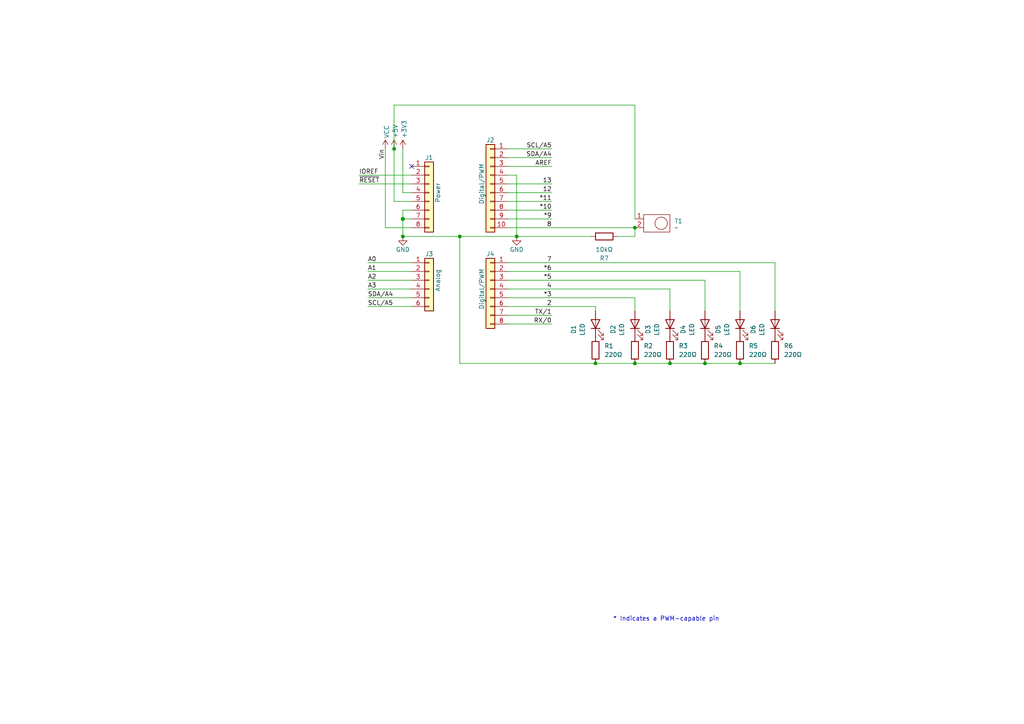
<source format=kicad_sch>
(kicad_sch
	(version 20231120)
	(generator "eeschema")
	(generator_version "8.0")
	(uuid "e63e39d7-6ac0-4ffd-8aa3-1841a4541b55")
	(paper "A4")
	(title_block
		(date "mar. 31 mars 2015")
	)
	(lib_symbols
		(symbol "0_my_custom_symbols:TILT"
			(exclude_from_sim no)
			(in_bom yes)
			(on_board yes)
			(property "Reference" "T"
				(at -2.286 6.096 0)
				(effects
					(font
						(size 1.27 1.27)
					)
				)
			)
			(property "Value" ""
				(at 0 0 0)
				(effects
					(font
						(size 1.27 1.27)
					)
				)
			)
			(property "Footprint" ""
				(at 0 0 0)
				(effects
					(font
						(size 1.27 1.27)
					)
					(hide yes)
				)
			)
			(property "Datasheet" ""
				(at 0 0 0)
				(effects
					(font
						(size 1.27 1.27)
					)
					(hide yes)
				)
			)
			(property "Description" ""
				(at 0 0 0)
				(effects
					(font
						(size 1.27 1.27)
					)
					(hide yes)
				)
			)
			(symbol "TILT_0_1"
				(rectangle
					(start -2.54 5.08)
					(end 2.54 -2.54)
					(stroke
						(width 0)
						(type default)
					)
					(fill
						(type none)
					)
				)
				(circle
					(center 0 2.54)
					(radius 1.7961)
					(stroke
						(width 0)
						(type default)
					)
					(fill
						(type none)
					)
				)
			)
			(symbol "TILT_1_1"
				(pin input line
					(at -1.27 -5.08 90)
					(length 2.54)
					(name ""
						(effects
							(font
								(size 1.27 1.27)
							)
						)
					)
					(number "1"
						(effects
							(font
								(size 1.27 1.27)
							)
						)
					)
				)
				(pin input line
					(at 1.27 -5.08 90)
					(length 2.54)
					(name ""
						(effects
							(font
								(size 1.27 1.27)
							)
						)
					)
					(number "2"
						(effects
							(font
								(size 1.27 1.27)
							)
						)
					)
				)
			)
		)
		(symbol "Connector_Generic:Conn_01x06"
			(pin_names
				(offset 1.016) hide)
			(exclude_from_sim no)
			(in_bom yes)
			(on_board yes)
			(property "Reference" "J"
				(at 0 7.62 0)
				(effects
					(font
						(size 1.27 1.27)
					)
				)
			)
			(property "Value" "Conn_01x06"
				(at 0 -10.16 0)
				(effects
					(font
						(size 1.27 1.27)
					)
				)
			)
			(property "Footprint" ""
				(at 0 0 0)
				(effects
					(font
						(size 1.27 1.27)
					)
					(hide yes)
				)
			)
			(property "Datasheet" "~"
				(at 0 0 0)
				(effects
					(font
						(size 1.27 1.27)
					)
					(hide yes)
				)
			)
			(property "Description" "Generic connector, single row, 01x06, script generated (kicad-library-utils/schlib/autogen/connector/)"
				(at 0 0 0)
				(effects
					(font
						(size 1.27 1.27)
					)
					(hide yes)
				)
			)
			(property "ki_keywords" "connector"
				(at 0 0 0)
				(effects
					(font
						(size 1.27 1.27)
					)
					(hide yes)
				)
			)
			(property "ki_fp_filters" "Connector*:*_1x??_*"
				(at 0 0 0)
				(effects
					(font
						(size 1.27 1.27)
					)
					(hide yes)
				)
			)
			(symbol "Conn_01x06_1_1"
				(rectangle
					(start -1.27 -7.493)
					(end 0 -7.747)
					(stroke
						(width 0.1524)
						(type default)
					)
					(fill
						(type none)
					)
				)
				(rectangle
					(start -1.27 -4.953)
					(end 0 -5.207)
					(stroke
						(width 0.1524)
						(type default)
					)
					(fill
						(type none)
					)
				)
				(rectangle
					(start -1.27 -2.413)
					(end 0 -2.667)
					(stroke
						(width 0.1524)
						(type default)
					)
					(fill
						(type none)
					)
				)
				(rectangle
					(start -1.27 0.127)
					(end 0 -0.127)
					(stroke
						(width 0.1524)
						(type default)
					)
					(fill
						(type none)
					)
				)
				(rectangle
					(start -1.27 2.667)
					(end 0 2.413)
					(stroke
						(width 0.1524)
						(type default)
					)
					(fill
						(type none)
					)
				)
				(rectangle
					(start -1.27 5.207)
					(end 0 4.953)
					(stroke
						(width 0.1524)
						(type default)
					)
					(fill
						(type none)
					)
				)
				(rectangle
					(start -1.27 6.35)
					(end 1.27 -8.89)
					(stroke
						(width 0.254)
						(type default)
					)
					(fill
						(type background)
					)
				)
				(pin passive line
					(at -5.08 5.08 0)
					(length 3.81)
					(name "Pin_1"
						(effects
							(font
								(size 1.27 1.27)
							)
						)
					)
					(number "1"
						(effects
							(font
								(size 1.27 1.27)
							)
						)
					)
				)
				(pin passive line
					(at -5.08 2.54 0)
					(length 3.81)
					(name "Pin_2"
						(effects
							(font
								(size 1.27 1.27)
							)
						)
					)
					(number "2"
						(effects
							(font
								(size 1.27 1.27)
							)
						)
					)
				)
				(pin passive line
					(at -5.08 0 0)
					(length 3.81)
					(name "Pin_3"
						(effects
							(font
								(size 1.27 1.27)
							)
						)
					)
					(number "3"
						(effects
							(font
								(size 1.27 1.27)
							)
						)
					)
				)
				(pin passive line
					(at -5.08 -2.54 0)
					(length 3.81)
					(name "Pin_4"
						(effects
							(font
								(size 1.27 1.27)
							)
						)
					)
					(number "4"
						(effects
							(font
								(size 1.27 1.27)
							)
						)
					)
				)
				(pin passive line
					(at -5.08 -5.08 0)
					(length 3.81)
					(name "Pin_5"
						(effects
							(font
								(size 1.27 1.27)
							)
						)
					)
					(number "5"
						(effects
							(font
								(size 1.27 1.27)
							)
						)
					)
				)
				(pin passive line
					(at -5.08 -7.62 0)
					(length 3.81)
					(name "Pin_6"
						(effects
							(font
								(size 1.27 1.27)
							)
						)
					)
					(number "6"
						(effects
							(font
								(size 1.27 1.27)
							)
						)
					)
				)
			)
		)
		(symbol "Connector_Generic:Conn_01x08"
			(pin_names
				(offset 1.016) hide)
			(exclude_from_sim no)
			(in_bom yes)
			(on_board yes)
			(property "Reference" "J"
				(at 0 10.16 0)
				(effects
					(font
						(size 1.27 1.27)
					)
				)
			)
			(property "Value" "Conn_01x08"
				(at 0 -12.7 0)
				(effects
					(font
						(size 1.27 1.27)
					)
				)
			)
			(property "Footprint" ""
				(at 0 0 0)
				(effects
					(font
						(size 1.27 1.27)
					)
					(hide yes)
				)
			)
			(property "Datasheet" "~"
				(at 0 0 0)
				(effects
					(font
						(size 1.27 1.27)
					)
					(hide yes)
				)
			)
			(property "Description" "Generic connector, single row, 01x08, script generated (kicad-library-utils/schlib/autogen/connector/)"
				(at 0 0 0)
				(effects
					(font
						(size 1.27 1.27)
					)
					(hide yes)
				)
			)
			(property "ki_keywords" "connector"
				(at 0 0 0)
				(effects
					(font
						(size 1.27 1.27)
					)
					(hide yes)
				)
			)
			(property "ki_fp_filters" "Connector*:*_1x??_*"
				(at 0 0 0)
				(effects
					(font
						(size 1.27 1.27)
					)
					(hide yes)
				)
			)
			(symbol "Conn_01x08_1_1"
				(rectangle
					(start -1.27 -10.033)
					(end 0 -10.287)
					(stroke
						(width 0.1524)
						(type default)
					)
					(fill
						(type none)
					)
				)
				(rectangle
					(start -1.27 -7.493)
					(end 0 -7.747)
					(stroke
						(width 0.1524)
						(type default)
					)
					(fill
						(type none)
					)
				)
				(rectangle
					(start -1.27 -4.953)
					(end 0 -5.207)
					(stroke
						(width 0.1524)
						(type default)
					)
					(fill
						(type none)
					)
				)
				(rectangle
					(start -1.27 -2.413)
					(end 0 -2.667)
					(stroke
						(width 0.1524)
						(type default)
					)
					(fill
						(type none)
					)
				)
				(rectangle
					(start -1.27 0.127)
					(end 0 -0.127)
					(stroke
						(width 0.1524)
						(type default)
					)
					(fill
						(type none)
					)
				)
				(rectangle
					(start -1.27 2.667)
					(end 0 2.413)
					(stroke
						(width 0.1524)
						(type default)
					)
					(fill
						(type none)
					)
				)
				(rectangle
					(start -1.27 5.207)
					(end 0 4.953)
					(stroke
						(width 0.1524)
						(type default)
					)
					(fill
						(type none)
					)
				)
				(rectangle
					(start -1.27 7.747)
					(end 0 7.493)
					(stroke
						(width 0.1524)
						(type default)
					)
					(fill
						(type none)
					)
				)
				(rectangle
					(start -1.27 8.89)
					(end 1.27 -11.43)
					(stroke
						(width 0.254)
						(type default)
					)
					(fill
						(type background)
					)
				)
				(pin passive line
					(at -5.08 7.62 0)
					(length 3.81)
					(name "Pin_1"
						(effects
							(font
								(size 1.27 1.27)
							)
						)
					)
					(number "1"
						(effects
							(font
								(size 1.27 1.27)
							)
						)
					)
				)
				(pin passive line
					(at -5.08 5.08 0)
					(length 3.81)
					(name "Pin_2"
						(effects
							(font
								(size 1.27 1.27)
							)
						)
					)
					(number "2"
						(effects
							(font
								(size 1.27 1.27)
							)
						)
					)
				)
				(pin passive line
					(at -5.08 2.54 0)
					(length 3.81)
					(name "Pin_3"
						(effects
							(font
								(size 1.27 1.27)
							)
						)
					)
					(number "3"
						(effects
							(font
								(size 1.27 1.27)
							)
						)
					)
				)
				(pin passive line
					(at -5.08 0 0)
					(length 3.81)
					(name "Pin_4"
						(effects
							(font
								(size 1.27 1.27)
							)
						)
					)
					(number "4"
						(effects
							(font
								(size 1.27 1.27)
							)
						)
					)
				)
				(pin passive line
					(at -5.08 -2.54 0)
					(length 3.81)
					(name "Pin_5"
						(effects
							(font
								(size 1.27 1.27)
							)
						)
					)
					(number "5"
						(effects
							(font
								(size 1.27 1.27)
							)
						)
					)
				)
				(pin passive line
					(at -5.08 -5.08 0)
					(length 3.81)
					(name "Pin_6"
						(effects
							(font
								(size 1.27 1.27)
							)
						)
					)
					(number "6"
						(effects
							(font
								(size 1.27 1.27)
							)
						)
					)
				)
				(pin passive line
					(at -5.08 -7.62 0)
					(length 3.81)
					(name "Pin_7"
						(effects
							(font
								(size 1.27 1.27)
							)
						)
					)
					(number "7"
						(effects
							(font
								(size 1.27 1.27)
							)
						)
					)
				)
				(pin passive line
					(at -5.08 -10.16 0)
					(length 3.81)
					(name "Pin_8"
						(effects
							(font
								(size 1.27 1.27)
							)
						)
					)
					(number "8"
						(effects
							(font
								(size 1.27 1.27)
							)
						)
					)
				)
			)
		)
		(symbol "Connector_Generic:Conn_01x10"
			(pin_names
				(offset 1.016) hide)
			(exclude_from_sim no)
			(in_bom yes)
			(on_board yes)
			(property "Reference" "J"
				(at 0 12.7 0)
				(effects
					(font
						(size 1.27 1.27)
					)
				)
			)
			(property "Value" "Conn_01x10"
				(at 0 -15.24 0)
				(effects
					(font
						(size 1.27 1.27)
					)
				)
			)
			(property "Footprint" ""
				(at 0 0 0)
				(effects
					(font
						(size 1.27 1.27)
					)
					(hide yes)
				)
			)
			(property "Datasheet" "~"
				(at 0 0 0)
				(effects
					(font
						(size 1.27 1.27)
					)
					(hide yes)
				)
			)
			(property "Description" "Generic connector, single row, 01x10, script generated (kicad-library-utils/schlib/autogen/connector/)"
				(at 0 0 0)
				(effects
					(font
						(size 1.27 1.27)
					)
					(hide yes)
				)
			)
			(property "ki_keywords" "connector"
				(at 0 0 0)
				(effects
					(font
						(size 1.27 1.27)
					)
					(hide yes)
				)
			)
			(property "ki_fp_filters" "Connector*:*_1x??_*"
				(at 0 0 0)
				(effects
					(font
						(size 1.27 1.27)
					)
					(hide yes)
				)
			)
			(symbol "Conn_01x10_1_1"
				(rectangle
					(start -1.27 -12.573)
					(end 0 -12.827)
					(stroke
						(width 0.1524)
						(type default)
					)
					(fill
						(type none)
					)
				)
				(rectangle
					(start -1.27 -10.033)
					(end 0 -10.287)
					(stroke
						(width 0.1524)
						(type default)
					)
					(fill
						(type none)
					)
				)
				(rectangle
					(start -1.27 -7.493)
					(end 0 -7.747)
					(stroke
						(width 0.1524)
						(type default)
					)
					(fill
						(type none)
					)
				)
				(rectangle
					(start -1.27 -4.953)
					(end 0 -5.207)
					(stroke
						(width 0.1524)
						(type default)
					)
					(fill
						(type none)
					)
				)
				(rectangle
					(start -1.27 -2.413)
					(end 0 -2.667)
					(stroke
						(width 0.1524)
						(type default)
					)
					(fill
						(type none)
					)
				)
				(rectangle
					(start -1.27 0.127)
					(end 0 -0.127)
					(stroke
						(width 0.1524)
						(type default)
					)
					(fill
						(type none)
					)
				)
				(rectangle
					(start -1.27 2.667)
					(end 0 2.413)
					(stroke
						(width 0.1524)
						(type default)
					)
					(fill
						(type none)
					)
				)
				(rectangle
					(start -1.27 5.207)
					(end 0 4.953)
					(stroke
						(width 0.1524)
						(type default)
					)
					(fill
						(type none)
					)
				)
				(rectangle
					(start -1.27 7.747)
					(end 0 7.493)
					(stroke
						(width 0.1524)
						(type default)
					)
					(fill
						(type none)
					)
				)
				(rectangle
					(start -1.27 10.287)
					(end 0 10.033)
					(stroke
						(width 0.1524)
						(type default)
					)
					(fill
						(type none)
					)
				)
				(rectangle
					(start -1.27 11.43)
					(end 1.27 -13.97)
					(stroke
						(width 0.254)
						(type default)
					)
					(fill
						(type background)
					)
				)
				(pin passive line
					(at -5.08 10.16 0)
					(length 3.81)
					(name "Pin_1"
						(effects
							(font
								(size 1.27 1.27)
							)
						)
					)
					(number "1"
						(effects
							(font
								(size 1.27 1.27)
							)
						)
					)
				)
				(pin passive line
					(at -5.08 -12.7 0)
					(length 3.81)
					(name "Pin_10"
						(effects
							(font
								(size 1.27 1.27)
							)
						)
					)
					(number "10"
						(effects
							(font
								(size 1.27 1.27)
							)
						)
					)
				)
				(pin passive line
					(at -5.08 7.62 0)
					(length 3.81)
					(name "Pin_2"
						(effects
							(font
								(size 1.27 1.27)
							)
						)
					)
					(number "2"
						(effects
							(font
								(size 1.27 1.27)
							)
						)
					)
				)
				(pin passive line
					(at -5.08 5.08 0)
					(length 3.81)
					(name "Pin_3"
						(effects
							(font
								(size 1.27 1.27)
							)
						)
					)
					(number "3"
						(effects
							(font
								(size 1.27 1.27)
							)
						)
					)
				)
				(pin passive line
					(at -5.08 2.54 0)
					(length 3.81)
					(name "Pin_4"
						(effects
							(font
								(size 1.27 1.27)
							)
						)
					)
					(number "4"
						(effects
							(font
								(size 1.27 1.27)
							)
						)
					)
				)
				(pin passive line
					(at -5.08 0 0)
					(length 3.81)
					(name "Pin_5"
						(effects
							(font
								(size 1.27 1.27)
							)
						)
					)
					(number "5"
						(effects
							(font
								(size 1.27 1.27)
							)
						)
					)
				)
				(pin passive line
					(at -5.08 -2.54 0)
					(length 3.81)
					(name "Pin_6"
						(effects
							(font
								(size 1.27 1.27)
							)
						)
					)
					(number "6"
						(effects
							(font
								(size 1.27 1.27)
							)
						)
					)
				)
				(pin passive line
					(at -5.08 -5.08 0)
					(length 3.81)
					(name "Pin_7"
						(effects
							(font
								(size 1.27 1.27)
							)
						)
					)
					(number "7"
						(effects
							(font
								(size 1.27 1.27)
							)
						)
					)
				)
				(pin passive line
					(at -5.08 -7.62 0)
					(length 3.81)
					(name "Pin_8"
						(effects
							(font
								(size 1.27 1.27)
							)
						)
					)
					(number "8"
						(effects
							(font
								(size 1.27 1.27)
							)
						)
					)
				)
				(pin passive line
					(at -5.08 -10.16 0)
					(length 3.81)
					(name "Pin_9"
						(effects
							(font
								(size 1.27 1.27)
							)
						)
					)
					(number "9"
						(effects
							(font
								(size 1.27 1.27)
							)
						)
					)
				)
			)
		)
		(symbol "Device:LED"
			(pin_numbers hide)
			(pin_names
				(offset 1.016) hide)
			(exclude_from_sim no)
			(in_bom yes)
			(on_board yes)
			(property "Reference" "D"
				(at 0 2.54 0)
				(effects
					(font
						(size 1.27 1.27)
					)
				)
			)
			(property "Value" "LED"
				(at 0 -2.54 0)
				(effects
					(font
						(size 1.27 1.27)
					)
				)
			)
			(property "Footprint" ""
				(at 0 0 0)
				(effects
					(font
						(size 1.27 1.27)
					)
					(hide yes)
				)
			)
			(property "Datasheet" "~"
				(at 0 0 0)
				(effects
					(font
						(size 1.27 1.27)
					)
					(hide yes)
				)
			)
			(property "Description" "Light emitting diode"
				(at 0 0 0)
				(effects
					(font
						(size 1.27 1.27)
					)
					(hide yes)
				)
			)
			(property "ki_keywords" "LED diode"
				(at 0 0 0)
				(effects
					(font
						(size 1.27 1.27)
					)
					(hide yes)
				)
			)
			(property "ki_fp_filters" "LED* LED_SMD:* LED_THT:*"
				(at 0 0 0)
				(effects
					(font
						(size 1.27 1.27)
					)
					(hide yes)
				)
			)
			(symbol "LED_0_1"
				(polyline
					(pts
						(xy -1.27 -1.27) (xy -1.27 1.27)
					)
					(stroke
						(width 0.254)
						(type default)
					)
					(fill
						(type none)
					)
				)
				(polyline
					(pts
						(xy -1.27 0) (xy 1.27 0)
					)
					(stroke
						(width 0)
						(type default)
					)
					(fill
						(type none)
					)
				)
				(polyline
					(pts
						(xy 1.27 -1.27) (xy 1.27 1.27) (xy -1.27 0) (xy 1.27 -1.27)
					)
					(stroke
						(width 0.254)
						(type default)
					)
					(fill
						(type none)
					)
				)
				(polyline
					(pts
						(xy -3.048 -0.762) (xy -4.572 -2.286) (xy -3.81 -2.286) (xy -4.572 -2.286) (xy -4.572 -1.524)
					)
					(stroke
						(width 0)
						(type default)
					)
					(fill
						(type none)
					)
				)
				(polyline
					(pts
						(xy -1.778 -0.762) (xy -3.302 -2.286) (xy -2.54 -2.286) (xy -3.302 -2.286) (xy -3.302 -1.524)
					)
					(stroke
						(width 0)
						(type default)
					)
					(fill
						(type none)
					)
				)
			)
			(symbol "LED_1_1"
				(pin passive line
					(at -3.81 0 0)
					(length 2.54)
					(name "K"
						(effects
							(font
								(size 1.27 1.27)
							)
						)
					)
					(number "1"
						(effects
							(font
								(size 1.27 1.27)
							)
						)
					)
				)
				(pin passive line
					(at 3.81 0 180)
					(length 2.54)
					(name "A"
						(effects
							(font
								(size 1.27 1.27)
							)
						)
					)
					(number "2"
						(effects
							(font
								(size 1.27 1.27)
							)
						)
					)
				)
			)
		)
		(symbol "Device:R"
			(pin_numbers hide)
			(pin_names
				(offset 0)
			)
			(exclude_from_sim no)
			(in_bom yes)
			(on_board yes)
			(property "Reference" "R"
				(at 2.032 0 90)
				(effects
					(font
						(size 1.27 1.27)
					)
				)
			)
			(property "Value" "R"
				(at 0 0 90)
				(effects
					(font
						(size 1.27 1.27)
					)
				)
			)
			(property "Footprint" ""
				(at -1.778 0 90)
				(effects
					(font
						(size 1.27 1.27)
					)
					(hide yes)
				)
			)
			(property "Datasheet" "~"
				(at 0 0 0)
				(effects
					(font
						(size 1.27 1.27)
					)
					(hide yes)
				)
			)
			(property "Description" "Resistor"
				(at 0 0 0)
				(effects
					(font
						(size 1.27 1.27)
					)
					(hide yes)
				)
			)
			(property "ki_keywords" "R res resistor"
				(at 0 0 0)
				(effects
					(font
						(size 1.27 1.27)
					)
					(hide yes)
				)
			)
			(property "ki_fp_filters" "R_*"
				(at 0 0 0)
				(effects
					(font
						(size 1.27 1.27)
					)
					(hide yes)
				)
			)
			(symbol "R_0_1"
				(rectangle
					(start -1.016 -2.54)
					(end 1.016 2.54)
					(stroke
						(width 0.254)
						(type default)
					)
					(fill
						(type none)
					)
				)
			)
			(symbol "R_1_1"
				(pin passive line
					(at 0 3.81 270)
					(length 1.27)
					(name "~"
						(effects
							(font
								(size 1.27 1.27)
							)
						)
					)
					(number "1"
						(effects
							(font
								(size 1.27 1.27)
							)
						)
					)
				)
				(pin passive line
					(at 0 -3.81 90)
					(length 1.27)
					(name "~"
						(effects
							(font
								(size 1.27 1.27)
							)
						)
					)
					(number "2"
						(effects
							(font
								(size 1.27 1.27)
							)
						)
					)
				)
			)
		)
		(symbol "power:+3V3"
			(power)
			(pin_names
				(offset 0)
			)
			(exclude_from_sim no)
			(in_bom yes)
			(on_board yes)
			(property "Reference" "#PWR"
				(at 0 -3.81 0)
				(effects
					(font
						(size 1.27 1.27)
					)
					(hide yes)
				)
			)
			(property "Value" "+3V3"
				(at 0 3.556 0)
				(effects
					(font
						(size 1.27 1.27)
					)
				)
			)
			(property "Footprint" ""
				(at 0 0 0)
				(effects
					(font
						(size 1.27 1.27)
					)
					(hide yes)
				)
			)
			(property "Datasheet" ""
				(at 0 0 0)
				(effects
					(font
						(size 1.27 1.27)
					)
					(hide yes)
				)
			)
			(property "Description" "Power symbol creates a global label with name \"+3V3\""
				(at 0 0 0)
				(effects
					(font
						(size 1.27 1.27)
					)
					(hide yes)
				)
			)
			(property "ki_keywords" "power-flag"
				(at 0 0 0)
				(effects
					(font
						(size 1.27 1.27)
					)
					(hide yes)
				)
			)
			(symbol "+3V3_0_1"
				(polyline
					(pts
						(xy -0.762 1.27) (xy 0 2.54)
					)
					(stroke
						(width 0)
						(type default)
					)
					(fill
						(type none)
					)
				)
				(polyline
					(pts
						(xy 0 0) (xy 0 2.54)
					)
					(stroke
						(width 0)
						(type default)
					)
					(fill
						(type none)
					)
				)
				(polyline
					(pts
						(xy 0 2.54) (xy 0.762 1.27)
					)
					(stroke
						(width 0)
						(type default)
					)
					(fill
						(type none)
					)
				)
			)
			(symbol "+3V3_1_1"
				(pin power_in line
					(at 0 0 90)
					(length 0) hide
					(name "+3V3"
						(effects
							(font
								(size 1.27 1.27)
							)
						)
					)
					(number "1"
						(effects
							(font
								(size 1.27 1.27)
							)
						)
					)
				)
			)
		)
		(symbol "power:+5V"
			(power)
			(pin_names
				(offset 0)
			)
			(exclude_from_sim no)
			(in_bom yes)
			(on_board yes)
			(property "Reference" "#PWR"
				(at 0 -3.81 0)
				(effects
					(font
						(size 1.27 1.27)
					)
					(hide yes)
				)
			)
			(property "Value" "+5V"
				(at 0 3.556 0)
				(effects
					(font
						(size 1.27 1.27)
					)
				)
			)
			(property "Footprint" ""
				(at 0 0 0)
				(effects
					(font
						(size 1.27 1.27)
					)
					(hide yes)
				)
			)
			(property "Datasheet" ""
				(at 0 0 0)
				(effects
					(font
						(size 1.27 1.27)
					)
					(hide yes)
				)
			)
			(property "Description" "Power symbol creates a global label with name \"+5V\""
				(at 0 0 0)
				(effects
					(font
						(size 1.27 1.27)
					)
					(hide yes)
				)
			)
			(property "ki_keywords" "power-flag"
				(at 0 0 0)
				(effects
					(font
						(size 1.27 1.27)
					)
					(hide yes)
				)
			)
			(symbol "+5V_0_1"
				(polyline
					(pts
						(xy -0.762 1.27) (xy 0 2.54)
					)
					(stroke
						(width 0)
						(type default)
					)
					(fill
						(type none)
					)
				)
				(polyline
					(pts
						(xy 0 0) (xy 0 2.54)
					)
					(stroke
						(width 0)
						(type default)
					)
					(fill
						(type none)
					)
				)
				(polyline
					(pts
						(xy 0 2.54) (xy 0.762 1.27)
					)
					(stroke
						(width 0)
						(type default)
					)
					(fill
						(type none)
					)
				)
			)
			(symbol "+5V_1_1"
				(pin power_in line
					(at 0 0 90)
					(length 0) hide
					(name "+5V"
						(effects
							(font
								(size 1.27 1.27)
							)
						)
					)
					(number "1"
						(effects
							(font
								(size 1.27 1.27)
							)
						)
					)
				)
			)
		)
		(symbol "power:GND"
			(power)
			(pin_names
				(offset 0)
			)
			(exclude_from_sim no)
			(in_bom yes)
			(on_board yes)
			(property "Reference" "#PWR"
				(at 0 -6.35 0)
				(effects
					(font
						(size 1.27 1.27)
					)
					(hide yes)
				)
			)
			(property "Value" "GND"
				(at 0 -3.81 0)
				(effects
					(font
						(size 1.27 1.27)
					)
				)
			)
			(property "Footprint" ""
				(at 0 0 0)
				(effects
					(font
						(size 1.27 1.27)
					)
					(hide yes)
				)
			)
			(property "Datasheet" ""
				(at 0 0 0)
				(effects
					(font
						(size 1.27 1.27)
					)
					(hide yes)
				)
			)
			(property "Description" "Power symbol creates a global label with name \"GND\" , ground"
				(at 0 0 0)
				(effects
					(font
						(size 1.27 1.27)
					)
					(hide yes)
				)
			)
			(property "ki_keywords" "power-flag"
				(at 0 0 0)
				(effects
					(font
						(size 1.27 1.27)
					)
					(hide yes)
				)
			)
			(symbol "GND_0_1"
				(polyline
					(pts
						(xy 0 0) (xy 0 -1.27) (xy 1.27 -1.27) (xy 0 -2.54) (xy -1.27 -1.27) (xy 0 -1.27)
					)
					(stroke
						(width 0)
						(type default)
					)
					(fill
						(type none)
					)
				)
			)
			(symbol "GND_1_1"
				(pin power_in line
					(at 0 0 270)
					(length 0) hide
					(name "GND"
						(effects
							(font
								(size 1.27 1.27)
							)
						)
					)
					(number "1"
						(effects
							(font
								(size 1.27 1.27)
							)
						)
					)
				)
			)
		)
		(symbol "power:VCC"
			(power)
			(pin_names
				(offset 0)
			)
			(exclude_from_sim no)
			(in_bom yes)
			(on_board yes)
			(property "Reference" "#PWR"
				(at 0 -3.81 0)
				(effects
					(font
						(size 1.27 1.27)
					)
					(hide yes)
				)
			)
			(property "Value" "VCC"
				(at 0 3.81 0)
				(effects
					(font
						(size 1.27 1.27)
					)
				)
			)
			(property "Footprint" ""
				(at 0 0 0)
				(effects
					(font
						(size 1.27 1.27)
					)
					(hide yes)
				)
			)
			(property "Datasheet" ""
				(at 0 0 0)
				(effects
					(font
						(size 1.27 1.27)
					)
					(hide yes)
				)
			)
			(property "Description" "Power symbol creates a global label with name \"VCC\""
				(at 0 0 0)
				(effects
					(font
						(size 1.27 1.27)
					)
					(hide yes)
				)
			)
			(property "ki_keywords" "power-flag"
				(at 0 0 0)
				(effects
					(font
						(size 1.27 1.27)
					)
					(hide yes)
				)
			)
			(symbol "VCC_0_1"
				(polyline
					(pts
						(xy -0.762 1.27) (xy 0 2.54)
					)
					(stroke
						(width 0)
						(type default)
					)
					(fill
						(type none)
					)
				)
				(polyline
					(pts
						(xy 0 0) (xy 0 2.54)
					)
					(stroke
						(width 0)
						(type default)
					)
					(fill
						(type none)
					)
				)
				(polyline
					(pts
						(xy 0 2.54) (xy 0.762 1.27)
					)
					(stroke
						(width 0)
						(type default)
					)
					(fill
						(type none)
					)
				)
			)
			(symbol "VCC_1_1"
				(pin power_in line
					(at 0 0 90)
					(length 0) hide
					(name "VCC"
						(effects
							(font
								(size 1.27 1.27)
							)
						)
					)
					(number "1"
						(effects
							(font
								(size 1.27 1.27)
							)
						)
					)
				)
			)
		)
	)
	(junction
		(at 149.86 68.58)
		(diameter 0)
		(color 0 0 0 0)
		(uuid "0da2fd32-b22a-4c09-b8f9-72c0b92d7bcf")
	)
	(junction
		(at 114.3 43.18)
		(diameter 0)
		(color 0 0 0 0)
		(uuid "12844645-f9ab-4dec-9c44-ff786f70ff8b")
	)
	(junction
		(at 116.84 68.58)
		(diameter 0)
		(color 0 0 0 0)
		(uuid "1b5b1505-1e0b-432b-83b9-6d614da87fda")
	)
	(junction
		(at 204.47 105.41)
		(diameter 0)
		(color 0 0 0 0)
		(uuid "27ac9752-fb25-47a2-b133-12fe572f1322")
	)
	(junction
		(at 194.31 105.41)
		(diameter 0)
		(color 0 0 0 0)
		(uuid "293742b7-36c4-4619-b13e-2b7a151e0cbe")
	)
	(junction
		(at 172.72 105.41)
		(diameter 0)
		(color 0 0 0 0)
		(uuid "311491bf-398c-4f2a-9950-4cd445e3fd3e")
	)
	(junction
		(at 116.84 63.5)
		(diameter 1.016)
		(color 0 0 0 0)
		(uuid "3dcc657b-55a1-48e0-9667-e01e7b6b08b5")
	)
	(junction
		(at 133.35 68.58)
		(diameter 0)
		(color 0 0 0 0)
		(uuid "aaf0d2fc-5617-4dd1-88d9-c800a2dde997")
	)
	(junction
		(at 184.15 105.41)
		(diameter 0)
		(color 0 0 0 0)
		(uuid "c87b82e7-a217-4544-b317-8d017940f02b")
	)
	(junction
		(at 184.15 66.04)
		(diameter 0)
		(color 0 0 0 0)
		(uuid "dbaa1da6-1ec2-4100-b8c2-b323b671ce3e")
	)
	(junction
		(at 214.63 105.41)
		(diameter 0)
		(color 0 0 0 0)
		(uuid "dff2ee22-b92d-482e-aac9-0a6d200c3600")
	)
	(no_connect
		(at 119.38 48.26)
		(uuid "d181157c-7812-47e5-a0cf-9580c905fc86")
	)
	(wire
		(pts
			(xy 147.32 93.98) (xy 160.02 93.98)
		)
		(stroke
			(width 0)
			(type solid)
		)
		(uuid "010ba307-2067-49d3-b0fa-6414143f3fc2")
	)
	(wire
		(pts
			(xy 204.47 81.28) (xy 204.47 90.17)
		)
		(stroke
			(width 0)
			(type solid)
		)
		(uuid "0309bb22-347b-4494-9156-19dcb95cea33")
	)
	(wire
		(pts
			(xy 147.32 60.96) (xy 160.02 60.96)
		)
		(stroke
			(width 0)
			(type solid)
		)
		(uuid "09480ba4-37da-45e3-b9fe-6beebf876349")
	)
	(wire
		(pts
			(xy 147.32 43.18) (xy 160.02 43.18)
		)
		(stroke
			(width 0)
			(type solid)
		)
		(uuid "0f5d2189-4ead-42fa-8f7a-cfa3af4de132")
	)
	(wire
		(pts
			(xy 224.79 76.2) (xy 224.79 90.17)
		)
		(stroke
			(width 0)
			(type solid)
		)
		(uuid "18f1f7de-c4e2-40ae-a382-10612c512243")
	)
	(wire
		(pts
			(xy 116.84 60.96) (xy 116.84 63.5)
		)
		(stroke
			(width 0)
			(type solid)
		)
		(uuid "1c31b835-925f-4a5c-92df-8f2558bb711b")
	)
	(wire
		(pts
			(xy 214.63 105.41) (xy 224.79 105.41)
		)
		(stroke
			(width 0)
			(type solid)
		)
		(uuid "1fea04a5-d5a9-41f6-9515-f799e787406b")
	)
	(wire
		(pts
			(xy 106.68 88.9) (xy 119.38 88.9)
		)
		(stroke
			(width 0)
			(type solid)
		)
		(uuid "20854542-d0b0-4be7-af02-0e5fceb34e01")
	)
	(wire
		(pts
			(xy 204.47 105.41) (xy 214.63 105.41)
		)
		(stroke
			(width 0)
			(type solid)
		)
		(uuid "2b447dea-85e3-4d6e-971d-7f3b0bbfd287")
	)
	(wire
		(pts
			(xy 116.84 63.5) (xy 116.84 68.58)
		)
		(stroke
			(width 0)
			(type solid)
		)
		(uuid "2df788b2-ce68-49bc-a497-4b6570a17f30")
	)
	(wire
		(pts
			(xy 114.3 43.18) (xy 114.3 30.48)
		)
		(stroke
			(width 0)
			(type solid)
		)
		(uuid "32145398-540f-4a58-97af-85d04e6b719c")
	)
	(wire
		(pts
			(xy 116.84 55.88) (xy 119.38 55.88)
		)
		(stroke
			(width 0)
			(type solid)
		)
		(uuid "3334b11d-5a13-40b4-a117-d693c543e4ab")
	)
	(wire
		(pts
			(xy 116.84 68.58) (xy 133.35 68.58)
		)
		(stroke
			(width 0)
			(type solid)
		)
		(uuid "336d1441-3cef-4187-8646-5e18f457ffcb")
	)
	(wire
		(pts
			(xy 172.72 105.41) (xy 184.15 105.41)
		)
		(stroke
			(width 0)
			(type solid)
		)
		(uuid "33b1ebe3-bf92-476c-9297-3de81948801b")
	)
	(wire
		(pts
			(xy 114.3 58.42) (xy 119.38 58.42)
		)
		(stroke
			(width 0)
			(type solid)
		)
		(uuid "3661f80c-fef8-4441-83be-df8930b3b45e")
	)
	(wire
		(pts
			(xy 114.3 43.18) (xy 114.3 58.42)
		)
		(stroke
			(width 0)
			(type solid)
		)
		(uuid "392bf1f6-bf67-427d-8d4c-0a87cb757556")
	)
	(wire
		(pts
			(xy 194.31 105.41) (xy 204.47 105.41)
		)
		(stroke
			(width 0)
			(type solid)
		)
		(uuid "3f1d643b-b871-4da1-bfc6-1291c1bd3587")
	)
	(wire
		(pts
			(xy 147.32 53.34) (xy 160.02 53.34)
		)
		(stroke
			(width 0)
			(type solid)
		)
		(uuid "4227fa6f-c399-4f14-8228-23e39d2b7e7d")
	)
	(wire
		(pts
			(xy 214.63 78.74) (xy 214.63 90.17)
		)
		(stroke
			(width 0)
			(type solid)
		)
		(uuid "4349cd7f-1d1a-4ae3-963c-1e89866af25c")
	)
	(wire
		(pts
			(xy 116.84 43.18) (xy 116.84 55.88)
		)
		(stroke
			(width 0)
			(type solid)
		)
		(uuid "442fb4de-4d55-45de-bc27-3e6222ceb890")
	)
	(wire
		(pts
			(xy 147.32 76.2) (xy 224.79 76.2)
		)
		(stroke
			(width 0)
			(type solid)
		)
		(uuid "4455ee2e-5642-42c1-a83b-f7e65fa0c2f1")
	)
	(wire
		(pts
			(xy 119.38 76.2) (xy 106.68 76.2)
		)
		(stroke
			(width 0)
			(type solid)
		)
		(uuid "486ca832-85f4-4989-b0f4-569faf9be534")
	)
	(wire
		(pts
			(xy 147.32 55.88) (xy 160.02 55.88)
		)
		(stroke
			(width 0)
			(type solid)
		)
		(uuid "4a910b57-a5cd-4105-ab4f-bde2a80d4f00")
	)
	(wire
		(pts
			(xy 147.32 78.74) (xy 214.63 78.74)
		)
		(stroke
			(width 0)
			(type solid)
		)
		(uuid "4e60e1af-19bd-45a0-b418-b7030b594dde")
	)
	(wire
		(pts
			(xy 184.15 105.41) (xy 194.31 105.41)
		)
		(stroke
			(width 0)
			(type solid)
		)
		(uuid "503ef353-4d62-4044-ba7d-e6ec5ce4029f")
	)
	(wire
		(pts
			(xy 147.32 63.5) (xy 160.02 63.5)
		)
		(stroke
			(width 0)
			(type solid)
		)
		(uuid "63f2b71b-521b-4210-bf06-ed65e330fccc")
	)
	(wire
		(pts
			(xy 147.32 66.04) (xy 184.15 66.04)
		)
		(stroke
			(width 0)
			(type solid)
		)
		(uuid "66d6780f-a0b2-41c3-9c9b-f9a94ac709d8")
	)
	(wire
		(pts
			(xy 147.32 83.82) (xy 194.31 83.82)
		)
		(stroke
			(width 0)
			(type solid)
		)
		(uuid "6bb3ea5f-9e60-4add-9d97-244be2cf61d2")
	)
	(wire
		(pts
			(xy 104.14 50.8) (xy 119.38 50.8)
		)
		(stroke
			(width 0)
			(type solid)
		)
		(uuid "73d4774c-1387-4550-b580-a1cc0ac89b89")
	)
	(wire
		(pts
			(xy 149.86 50.8) (xy 149.86 68.58)
		)
		(stroke
			(width 0)
			(type solid)
		)
		(uuid "84ce350c-b0c1-4e69-9ab2-f7ec7b8bb312")
	)
	(wire
		(pts
			(xy 147.32 48.26) (xy 160.02 48.26)
		)
		(stroke
			(width 0)
			(type solid)
		)
		(uuid "8a3d35a2-f0f6-4dec-a606-7c8e288ca828")
	)
	(wire
		(pts
			(xy 133.35 68.58) (xy 149.86 68.58)
		)
		(stroke
			(width 0)
			(type solid)
		)
		(uuid "8b3ee333-0e73-4c1a-af24-1cf505eb723a")
	)
	(wire
		(pts
			(xy 119.38 81.28) (xy 106.68 81.28)
		)
		(stroke
			(width 0)
			(type solid)
		)
		(uuid "9377eb1a-3b12-438c-8ebd-f86ace1e8d25")
	)
	(wire
		(pts
			(xy 104.14 53.34) (xy 119.38 53.34)
		)
		(stroke
			(width 0)
			(type solid)
		)
		(uuid "93e52853-9d1e-4afe-aee8-b825ab9f5d09")
	)
	(wire
		(pts
			(xy 119.38 63.5) (xy 116.84 63.5)
		)
		(stroke
			(width 0)
			(type solid)
		)
		(uuid "97df9ac9-dbb8-472e-b84f-3684d0eb5efc")
	)
	(wire
		(pts
			(xy 171.45 68.58) (xy 149.86 68.58)
		)
		(stroke
			(width 0)
			(type default)
		)
		(uuid "a1ffaa1e-9972-42c4-986c-509ceb2e3082")
	)
	(wire
		(pts
			(xy 114.3 30.48) (xy 184.15 30.48)
		)
		(stroke
			(width 0)
			(type solid)
		)
		(uuid "a70ead6a-c19e-41fb-b3e5-aa28971ada30")
	)
	(wire
		(pts
			(xy 119.38 66.04) (xy 111.76 66.04)
		)
		(stroke
			(width 0)
			(type solid)
		)
		(uuid "a7518f9d-05df-4211-ba17-5d615f04ec46")
	)
	(wire
		(pts
			(xy 106.68 78.74) (xy 119.38 78.74)
		)
		(stroke
			(width 0)
			(type solid)
		)
		(uuid "aab97e46-23d6-4cbf-8684-537b94306d68")
	)
	(wire
		(pts
			(xy 184.15 30.48) (xy 184.15 63.5)
		)
		(stroke
			(width 0)
			(type solid)
		)
		(uuid "b502af88-ecfa-4967-9b64-7aa5c4a1ccbe")
	)
	(wire
		(pts
			(xy 184.15 86.36) (xy 184.15 90.17)
		)
		(stroke
			(width 0)
			(type solid)
		)
		(uuid "b76a4aae-faa2-45be-8b5c-0402b613edcc")
	)
	(wire
		(pts
			(xy 147.32 50.8) (xy 149.86 50.8)
		)
		(stroke
			(width 0)
			(type solid)
		)
		(uuid "bcbc7302-8a54-4b9b-98b9-f277f1b20941")
	)
	(wire
		(pts
			(xy 133.35 105.41) (xy 172.72 105.41)
		)
		(stroke
			(width 0)
			(type solid)
		)
		(uuid "bf244a7e-fc4e-40c4-ad48-f25bf2c8a056")
	)
	(wire
		(pts
			(xy 119.38 60.96) (xy 116.84 60.96)
		)
		(stroke
			(width 0)
			(type solid)
		)
		(uuid "c12796ad-cf20-466f-9ab3-9cf441392c32")
	)
	(wire
		(pts
			(xy 172.72 88.9) (xy 172.72 90.17)
		)
		(stroke
			(width 0)
			(type solid)
		)
		(uuid "c4e635bd-6a64-4038-b0c5-b776a067672a")
	)
	(wire
		(pts
			(xy 147.32 58.42) (xy 160.02 58.42)
		)
		(stroke
			(width 0)
			(type solid)
		)
		(uuid "c722a1ff-12f1-49e5-88a4-44ffeb509ca2")
	)
	(wire
		(pts
			(xy 147.32 81.28) (xy 204.47 81.28)
		)
		(stroke
			(width 0)
			(type solid)
		)
		(uuid "cfe99980-2d98-4372-b495-04c53027340b")
	)
	(wire
		(pts
			(xy 194.31 83.82) (xy 194.31 90.17)
		)
		(stroke
			(width 0)
			(type solid)
		)
		(uuid "d2082f03-fa3a-45f3-a832-404fa11afdfb")
	)
	(wire
		(pts
			(xy 106.68 83.82) (xy 119.38 83.82)
		)
		(stroke
			(width 0)
			(type solid)
		)
		(uuid "d3042136-2605-44b2-aebb-5484a9c90933")
	)
	(wire
		(pts
			(xy 179.07 68.58) (xy 184.15 68.58)
		)
		(stroke
			(width 0)
			(type solid)
		)
		(uuid "d58fee54-3a6e-434f-b7aa-faaccb38991f")
	)
	(wire
		(pts
			(xy 133.35 68.58) (xy 133.35 105.41)
		)
		(stroke
			(width 0)
			(type solid)
		)
		(uuid "d665e00a-06e8-46ac-8740-cecf28426f4f")
	)
	(wire
		(pts
			(xy 147.32 45.72) (xy 160.02 45.72)
		)
		(stroke
			(width 0)
			(type solid)
		)
		(uuid "e7278977-132b-4777-9eb4-7d93363a4379")
	)
	(wire
		(pts
			(xy 147.32 88.9) (xy 172.72 88.9)
		)
		(stroke
			(width 0)
			(type solid)
		)
		(uuid "e9bdd59b-3252-4c44-a357-6fa1af0c210c")
	)
	(wire
		(pts
			(xy 147.32 86.36) (xy 184.15 86.36)
		)
		(stroke
			(width 0)
			(type solid)
		)
		(uuid "ec76dcc9-9949-4dda-bd76-046204829cb4")
	)
	(wire
		(pts
			(xy 147.32 91.44) (xy 160.02 91.44)
		)
		(stroke
			(width 0)
			(type solid)
		)
		(uuid "f853d1d4-c722-44df-98bf-4a6114204628")
	)
	(wire
		(pts
			(xy 111.76 66.04) (xy 111.76 43.18)
		)
		(stroke
			(width 0)
			(type solid)
		)
		(uuid "f8de70cd-e47d-4e80-8f3a-077e9df93aa8")
	)
	(wire
		(pts
			(xy 184.15 68.58) (xy 184.15 66.04)
		)
		(stroke
			(width 0)
			(type solid)
		)
		(uuid "fb476c73-86ac-47c5-8554-e6f4c2d9bf5f")
	)
	(wire
		(pts
			(xy 119.38 86.36) (xy 106.68 86.36)
		)
		(stroke
			(width 0)
			(type solid)
		)
		(uuid "fc39c32d-65b8-4d16-9db5-de89c54a1206")
	)
	(text "* Indicates a PWM-capable pin"
		(exclude_from_sim no)
		(at 177.8 180.34 0)
		(effects
			(font
				(size 1.27 1.27)
			)
			(justify left bottom)
		)
		(uuid "c364973a-9a67-4667-8185-a3a5c6c6cbdf")
	)
	(label "RX{slash}0"
		(at 160.02 93.98 180)
		(fields_autoplaced yes)
		(effects
			(font
				(size 1.27 1.27)
			)
			(justify right bottom)
		)
		(uuid "01ea9310-cf66-436b-9b89-1a2f4237b59e")
	)
	(label "A2"
		(at 106.68 81.28 0)
		(fields_autoplaced yes)
		(effects
			(font
				(size 1.27 1.27)
			)
			(justify left bottom)
		)
		(uuid "09251fd4-af37-4d86-8951-1faaac710ffa")
	)
	(label "4"
		(at 160.02 83.82 180)
		(fields_autoplaced yes)
		(effects
			(font
				(size 1.27 1.27)
			)
			(justify right bottom)
		)
		(uuid "0d8cfe6d-11bf-42b9-9752-f9a5a76bce7e")
	)
	(label "2"
		(at 160.02 88.9 180)
		(fields_autoplaced yes)
		(effects
			(font
				(size 1.27 1.27)
			)
			(justify right bottom)
		)
		(uuid "23f0c933-49f0-4410-a8db-8b017f48dadc")
	)
	(label "A3"
		(at 106.68 83.82 0)
		(fields_autoplaced yes)
		(effects
			(font
				(size 1.27 1.27)
			)
			(justify left bottom)
		)
		(uuid "2c60ab74-0590-423b-8921-6f3212a358d2")
	)
	(label "13"
		(at 160.02 53.34 180)
		(fields_autoplaced yes)
		(effects
			(font
				(size 1.27 1.27)
			)
			(justify right bottom)
		)
		(uuid "35bc5b35-b7b2-44d5-bbed-557f428649b2")
	)
	(label "12"
		(at 160.02 55.88 180)
		(fields_autoplaced yes)
		(effects
			(font
				(size 1.27 1.27)
			)
			(justify right bottom)
		)
		(uuid "3ffaa3b1-1d78-4c7b-bdf9-f1a8019c92fd")
	)
	(label "~{RESET}"
		(at 104.14 53.34 0)
		(fields_autoplaced yes)
		(effects
			(font
				(size 1.27 1.27)
			)
			(justify left bottom)
		)
		(uuid "49585dba-cfa7-4813-841e-9d900d43ecf4")
	)
	(label "*10"
		(at 160.02 60.96 180)
		(fields_autoplaced yes)
		(effects
			(font
				(size 1.27 1.27)
			)
			(justify right bottom)
		)
		(uuid "54be04e4-fffa-4f7f-8a5f-d0de81314e8f")
	)
	(label "7"
		(at 160.02 76.2 180)
		(fields_autoplaced yes)
		(effects
			(font
				(size 1.27 1.27)
			)
			(justify right bottom)
		)
		(uuid "873d2c88-519e-482f-a3ed-2484e5f9417e")
	)
	(label "SDA{slash}A4"
		(at 160.02 45.72 180)
		(fields_autoplaced yes)
		(effects
			(font
				(size 1.27 1.27)
			)
			(justify right bottom)
		)
		(uuid "8885a9dc-224d-44c5-8601-05c1d9983e09")
	)
	(label "8"
		(at 160.02 66.04 180)
		(fields_autoplaced yes)
		(effects
			(font
				(size 1.27 1.27)
			)
			(justify right bottom)
		)
		(uuid "89b0e564-e7aa-4224-80c9-3f0614fede8f")
	)
	(label "*11"
		(at 160.02 58.42 180)
		(fields_autoplaced yes)
		(effects
			(font
				(size 1.27 1.27)
			)
			(justify right bottom)
		)
		(uuid "9ad5a781-2469-4c8f-8abf-a1c3586f7cb7")
	)
	(label "*3"
		(at 160.02 86.36 180)
		(fields_autoplaced yes)
		(effects
			(font
				(size 1.27 1.27)
			)
			(justify right bottom)
		)
		(uuid "9cccf5f9-68a4-4e61-b418-6185dd6a5f9a")
	)
	(label "A1"
		(at 106.68 78.74 0)
		(fields_autoplaced yes)
		(effects
			(font
				(size 1.27 1.27)
			)
			(justify left bottom)
		)
		(uuid "acc9991b-1bdd-4544-9a08-4037937485cb")
	)
	(label "TX{slash}1"
		(at 160.02 91.44 180)
		(fields_autoplaced yes)
		(effects
			(font
				(size 1.27 1.27)
			)
			(justify right bottom)
		)
		(uuid "ae2c9582-b445-44bd-b371-7fc74f6cf852")
	)
	(label "A0"
		(at 106.68 76.2 0)
		(fields_autoplaced yes)
		(effects
			(font
				(size 1.27 1.27)
			)
			(justify left bottom)
		)
		(uuid "ba02dc27-26a3-4648-b0aa-06b6dcaf001f")
	)
	(label "AREF"
		(at 160.02 48.26 180)
		(fields_autoplaced yes)
		(effects
			(font
				(size 1.27 1.27)
			)
			(justify right bottom)
		)
		(uuid "bbf52cf8-6d97-4499-a9ee-3657cebcdabf")
	)
	(label "Vin"
		(at 111.76 43.18 270)
		(fields_autoplaced yes)
		(effects
			(font
				(size 1.27 1.27)
			)
			(justify right bottom)
		)
		(uuid "c348793d-eec0-4f33-9b91-2cae8b4224a4")
	)
	(label "*6"
		(at 160.02 78.74 180)
		(fields_autoplaced yes)
		(effects
			(font
				(size 1.27 1.27)
			)
			(justify right bottom)
		)
		(uuid "c775d4e8-c37b-4e73-90c1-1c8d36333aac")
	)
	(label "SCL{slash}A5"
		(at 160.02 43.18 180)
		(fields_autoplaced yes)
		(effects
			(font
				(size 1.27 1.27)
			)
			(justify right bottom)
		)
		(uuid "cba886fc-172a-42fe-8e4c-daace6eaef8e")
	)
	(label "*9"
		(at 160.02 63.5 180)
		(fields_autoplaced yes)
		(effects
			(font
				(size 1.27 1.27)
			)
			(justify right bottom)
		)
		(uuid "ccb58899-a82d-403c-b30b-ee351d622e9c")
	)
	(label "*5"
		(at 160.02 81.28 180)
		(fields_autoplaced yes)
		(effects
			(font
				(size 1.27 1.27)
			)
			(justify right bottom)
		)
		(uuid "d9a65242-9c26-45cd-9a55-3e69f0d77784")
	)
	(label "IOREF"
		(at 104.14 50.8 0)
		(fields_autoplaced yes)
		(effects
			(font
				(size 1.27 1.27)
			)
			(justify left bottom)
		)
		(uuid "de819ae4-b245-474b-a426-865ba877b8a2")
	)
	(label "SDA{slash}A4"
		(at 106.68 86.36 0)
		(fields_autoplaced yes)
		(effects
			(font
				(size 1.27 1.27)
			)
			(justify left bottom)
		)
		(uuid "e7ce99b8-ca22-4c56-9e55-39d32c709f3c")
	)
	(label "SCL{slash}A5"
		(at 106.68 88.9 0)
		(fields_autoplaced yes)
		(effects
			(font
				(size 1.27 1.27)
			)
			(justify left bottom)
		)
		(uuid "ea5aa60b-a25e-41a1-9e06-c7b6f957567f")
	)
	(symbol
		(lib_id "Connector_Generic:Conn_01x08")
		(at 124.46 55.88 0)
		(unit 1)
		(exclude_from_sim no)
		(in_bom yes)
		(on_board yes)
		(dnp no)
		(uuid "00000000-0000-0000-0000-000056d71773")
		(property "Reference" "J1"
			(at 124.46 45.72 0)
			(effects
				(font
					(size 1.27 1.27)
				)
			)
		)
		(property "Value" "Power"
			(at 127 55.88 90)
			(effects
				(font
					(size 1.27 1.27)
				)
			)
		)
		(property "Footprint" "Connector_PinSocket_2.54mm:PinSocket_1x08_P2.54mm_Vertical"
			(at 124.46 55.88 0)
			(effects
				(font
					(size 1.27 1.27)
				)
				(hide yes)
			)
		)
		(property "Datasheet" ""
			(at 124.46 55.88 0)
			(effects
				(font
					(size 1.27 1.27)
				)
			)
		)
		(property "Description" ""
			(at 124.46 55.88 0)
			(effects
				(font
					(size 1.27 1.27)
				)
				(hide yes)
			)
		)
		(pin "1"
			(uuid "d4c02b7e-3be7-4193-a989-fb40130f3319")
		)
		(pin "2"
			(uuid "1d9f20f8-8d42-4e3d-aece-4c12cc80d0d3")
		)
		(pin "3"
			(uuid "4801b550-c773-45a3-9bc6-15a3e9341f08")
		)
		(pin "4"
			(uuid "fbe5a73e-5be6-45ba-85f2-2891508cd936")
		)
		(pin "5"
			(uuid "8f0d2977-6611-4bfc-9a74-1791861e9159")
		)
		(pin "6"
			(uuid "270f30a7-c159-467b-ab5f-aee66a24a8c7")
		)
		(pin "7"
			(uuid "760eb2a5-8bbd-4298-88f0-2b1528e020ff")
		)
		(pin "8"
			(uuid "6a44a55c-6ae0-4d79-b4a1-52d3e48a7065")
		)
		(instances
			(project "8_digital_hourglass_shield"
				(path "/e63e39d7-6ac0-4ffd-8aa3-1841a4541b55"
					(reference "J1")
					(unit 1)
				)
			)
		)
	)
	(symbol
		(lib_id "power:+3V3")
		(at 116.84 43.18 0)
		(unit 1)
		(exclude_from_sim no)
		(in_bom yes)
		(on_board yes)
		(dnp no)
		(uuid "00000000-0000-0000-0000-000056d71aa9")
		(property "Reference" "#PWR03"
			(at 116.84 46.99 0)
			(effects
				(font
					(size 1.27 1.27)
				)
				(hide yes)
			)
		)
		(property "Value" "+3V3"
			(at 117.221 40.132 90)
			(effects
				(font
					(size 1.27 1.27)
				)
				(justify left)
			)
		)
		(property "Footprint" ""
			(at 116.84 43.18 0)
			(effects
				(font
					(size 1.27 1.27)
				)
			)
		)
		(property "Datasheet" ""
			(at 116.84 43.18 0)
			(effects
				(font
					(size 1.27 1.27)
				)
			)
		)
		(property "Description" ""
			(at 116.84 43.18 0)
			(effects
				(font
					(size 1.27 1.27)
				)
				(hide yes)
			)
		)
		(pin "1"
			(uuid "25f7f7e2-1fc6-41d8-a14b-2d2742e98c50")
		)
		(instances
			(project "8_digital_hourglass_shield"
				(path "/e63e39d7-6ac0-4ffd-8aa3-1841a4541b55"
					(reference "#PWR03")
					(unit 1)
				)
			)
		)
	)
	(symbol
		(lib_id "power:+5V")
		(at 114.3 43.18 0)
		(unit 1)
		(exclude_from_sim no)
		(in_bom yes)
		(on_board yes)
		(dnp no)
		(uuid "00000000-0000-0000-0000-000056d71d10")
		(property "Reference" "#PWR02"
			(at 114.3 46.99 0)
			(effects
				(font
					(size 1.27 1.27)
				)
				(hide yes)
			)
		)
		(property "Value" "+5V"
			(at 114.6556 40.132 90)
			(effects
				(font
					(size 1.27 1.27)
				)
				(justify left)
			)
		)
		(property "Footprint" ""
			(at 114.3 43.18 0)
			(effects
				(font
					(size 1.27 1.27)
				)
			)
		)
		(property "Datasheet" ""
			(at 114.3 43.18 0)
			(effects
				(font
					(size 1.27 1.27)
				)
			)
		)
		(property "Description" ""
			(at 114.3 43.18 0)
			(effects
				(font
					(size 1.27 1.27)
				)
				(hide yes)
			)
		)
		(pin "1"
			(uuid "fdd33dcf-399e-4ac6-99f5-9ccff615cf55")
		)
		(instances
			(project "8_digital_hourglass_shield"
				(path "/e63e39d7-6ac0-4ffd-8aa3-1841a4541b55"
					(reference "#PWR02")
					(unit 1)
				)
			)
		)
	)
	(symbol
		(lib_id "power:GND")
		(at 116.84 68.58 0)
		(unit 1)
		(exclude_from_sim no)
		(in_bom yes)
		(on_board yes)
		(dnp no)
		(uuid "00000000-0000-0000-0000-000056d721e6")
		(property "Reference" "#PWR04"
			(at 116.84 74.93 0)
			(effects
				(font
					(size 1.27 1.27)
				)
				(hide yes)
			)
		)
		(property "Value" "GND"
			(at 116.84 72.39 0)
			(effects
				(font
					(size 1.27 1.27)
				)
			)
		)
		(property "Footprint" ""
			(at 116.84 68.58 0)
			(effects
				(font
					(size 1.27 1.27)
				)
			)
		)
		(property "Datasheet" ""
			(at 116.84 68.58 0)
			(effects
				(font
					(size 1.27 1.27)
				)
			)
		)
		(property "Description" ""
			(at 116.84 68.58 0)
			(effects
				(font
					(size 1.27 1.27)
				)
				(hide yes)
			)
		)
		(pin "1"
			(uuid "87fd47b6-2ebb-4b03-a4f0-be8b5717bf68")
		)
		(instances
			(project "8_digital_hourglass_shield"
				(path "/e63e39d7-6ac0-4ffd-8aa3-1841a4541b55"
					(reference "#PWR04")
					(unit 1)
				)
			)
		)
	)
	(symbol
		(lib_id "Connector_Generic:Conn_01x10")
		(at 142.24 53.34 0)
		(mirror y)
		(unit 1)
		(exclude_from_sim no)
		(in_bom yes)
		(on_board yes)
		(dnp no)
		(uuid "00000000-0000-0000-0000-000056d72368")
		(property "Reference" "J2"
			(at 142.24 40.64 0)
			(effects
				(font
					(size 1.27 1.27)
				)
			)
		)
		(property "Value" "Digital/PWM"
			(at 139.7 53.34 90)
			(effects
				(font
					(size 1.27 1.27)
				)
			)
		)
		(property "Footprint" "Connector_PinSocket_2.54mm:PinSocket_1x10_P2.54mm_Vertical"
			(at 142.24 53.34 0)
			(effects
				(font
					(size 1.27 1.27)
				)
				(hide yes)
			)
		)
		(property "Datasheet" ""
			(at 142.24 53.34 0)
			(effects
				(font
					(size 1.27 1.27)
				)
			)
		)
		(property "Description" ""
			(at 142.24 53.34 0)
			(effects
				(font
					(size 1.27 1.27)
				)
				(hide yes)
			)
		)
		(pin "1"
			(uuid "479c0210-c5dd-4420-aa63-d8c5247cc255")
		)
		(pin "10"
			(uuid "69b11fa8-6d66-48cf-aa54-1a3009033625")
		)
		(pin "2"
			(uuid "013a3d11-607f-4568-bbac-ce1ce9ce9f7a")
		)
		(pin "3"
			(uuid "92bea09f-8c05-493b-981e-5298e629b225")
		)
		(pin "4"
			(uuid "66c1cab1-9206-4430-914c-14dcf23db70f")
		)
		(pin "5"
			(uuid "e264de4a-49ca-4afe-b718-4f94ad734148")
		)
		(pin "6"
			(uuid "03467115-7f58-481b-9fbc-afb2550dd13c")
		)
		(pin "7"
			(uuid "9aa9dec0-f260-4bba-a6cf-25f804e6b111")
		)
		(pin "8"
			(uuid "a3a57bae-7391-4e6d-b628-e6aff8f8ed86")
		)
		(pin "9"
			(uuid "00a2e9f5-f40a-49ba-91e4-cbef19d3b42b")
		)
		(instances
			(project "8_digital_hourglass_shield"
				(path "/e63e39d7-6ac0-4ffd-8aa3-1841a4541b55"
					(reference "J2")
					(unit 1)
				)
			)
		)
	)
	(symbol
		(lib_id "power:GND")
		(at 149.86 68.58 0)
		(unit 1)
		(exclude_from_sim no)
		(in_bom yes)
		(on_board yes)
		(dnp no)
		(uuid "00000000-0000-0000-0000-000056d72a3d")
		(property "Reference" "#PWR05"
			(at 149.86 74.93 0)
			(effects
				(font
					(size 1.27 1.27)
				)
				(hide yes)
			)
		)
		(property "Value" "GND"
			(at 149.86 72.39 0)
			(effects
				(font
					(size 1.27 1.27)
				)
			)
		)
		(property "Footprint" ""
			(at 149.86 68.58 0)
			(effects
				(font
					(size 1.27 1.27)
				)
			)
		)
		(property "Datasheet" ""
			(at 149.86 68.58 0)
			(effects
				(font
					(size 1.27 1.27)
				)
			)
		)
		(property "Description" ""
			(at 149.86 68.58 0)
			(effects
				(font
					(size 1.27 1.27)
				)
				(hide yes)
			)
		)
		(pin "1"
			(uuid "dcc7d892-ae5b-4d8f-ab19-e541f0cf0497")
		)
		(instances
			(project "8_digital_hourglass_shield"
				(path "/e63e39d7-6ac0-4ffd-8aa3-1841a4541b55"
					(reference "#PWR05")
					(unit 1)
				)
			)
		)
	)
	(symbol
		(lib_id "Connector_Generic:Conn_01x06")
		(at 124.46 81.28 0)
		(unit 1)
		(exclude_from_sim no)
		(in_bom yes)
		(on_board yes)
		(dnp no)
		(uuid "00000000-0000-0000-0000-000056d72f1c")
		(property "Reference" "J3"
			(at 124.46 73.66 0)
			(effects
				(font
					(size 1.27 1.27)
				)
			)
		)
		(property "Value" "Analog"
			(at 127 81.28 90)
			(effects
				(font
					(size 1.27 1.27)
				)
			)
		)
		(property "Footprint" "Connector_PinSocket_2.54mm:PinSocket_1x06_P2.54mm_Vertical"
			(at 124.46 81.28 0)
			(effects
				(font
					(size 1.27 1.27)
				)
				(hide yes)
			)
		)
		(property "Datasheet" "~"
			(at 124.46 81.28 0)
			(effects
				(font
					(size 1.27 1.27)
				)
				(hide yes)
			)
		)
		(property "Description" ""
			(at 124.46 81.28 0)
			(effects
				(font
					(size 1.27 1.27)
				)
				(hide yes)
			)
		)
		(pin "1"
			(uuid "1e1d0a18-dba5-42d5-95e9-627b560e331d")
		)
		(pin "2"
			(uuid "11423bda-2cc6-48db-b907-033a5ced98b7")
		)
		(pin "3"
			(uuid "20a4b56c-be89-418e-a029-3b98e8beca2b")
		)
		(pin "4"
			(uuid "163db149-f951-4db7-8045-a808c21d7a66")
		)
		(pin "5"
			(uuid "d47b8a11-7971-42ed-a188-2ff9f0b98c7a")
		)
		(pin "6"
			(uuid "57b1224b-fab7-4047-863e-42b792ecf64b")
		)
		(instances
			(project "8_digital_hourglass_shield"
				(path "/e63e39d7-6ac0-4ffd-8aa3-1841a4541b55"
					(reference "J3")
					(unit 1)
				)
			)
		)
	)
	(symbol
		(lib_id "Connector_Generic:Conn_01x08")
		(at 142.24 83.82 0)
		(mirror y)
		(unit 1)
		(exclude_from_sim no)
		(in_bom yes)
		(on_board yes)
		(dnp no)
		(uuid "00000000-0000-0000-0000-000056d734d0")
		(property "Reference" "J4"
			(at 142.24 73.66 0)
			(effects
				(font
					(size 1.27 1.27)
				)
			)
		)
		(property "Value" "Digital/PWM"
			(at 139.7 83.82 90)
			(effects
				(font
					(size 1.27 1.27)
				)
			)
		)
		(property "Footprint" "Connector_PinSocket_2.54mm:PinSocket_1x08_P2.54mm_Vertical"
			(at 142.24 83.82 0)
			(effects
				(font
					(size 1.27 1.27)
				)
				(hide yes)
			)
		)
		(property "Datasheet" ""
			(at 142.24 83.82 0)
			(effects
				(font
					(size 1.27 1.27)
				)
			)
		)
		(property "Description" ""
			(at 142.24 83.82 0)
			(effects
				(font
					(size 1.27 1.27)
				)
				(hide yes)
			)
		)
		(pin "1"
			(uuid "5381a37b-26e9-4dc5-a1df-d5846cca7e02")
		)
		(pin "2"
			(uuid "a4e4eabd-ecd9-495d-83e1-d1e1e828ff74")
		)
		(pin "3"
			(uuid "b659d690-5ae4-4e88-8049-6e4694137cd1")
		)
		(pin "4"
			(uuid "01e4a515-1e76-4ac0-8443-cb9dae94686e")
		)
		(pin "5"
			(uuid "fadf7cf0-7a5e-4d79-8b36-09596a4f1208")
		)
		(pin "6"
			(uuid "848129ec-e7db-4164-95a7-d7b289ecb7c4")
		)
		(pin "7"
			(uuid "b7a20e44-a4b2-4578-93ae-e5a04c1f0135")
		)
		(pin "8"
			(uuid "c0cfa2f9-a894-4c72-b71e-f8c87c0a0712")
		)
		(instances
			(project "8_digital_hourglass_shield"
				(path "/e63e39d7-6ac0-4ffd-8aa3-1841a4541b55"
					(reference "J4")
					(unit 1)
				)
			)
		)
	)
	(symbol
		(lib_id "0_my_custom_symbols:TILT")
		(at 189.23 64.77 270)
		(unit 1)
		(exclude_from_sim no)
		(in_bom yes)
		(on_board yes)
		(dnp no)
		(fields_autoplaced yes)
		(uuid "11910c6e-e965-4513-a5be-be1dde41ef3b")
		(property "Reference" "T1"
			(at 195.58 64.1349 90)
			(effects
				(font
					(size 1.27 1.27)
				)
				(justify left)
			)
		)
		(property "Value" "~"
			(at 195.58 66.04 90)
			(effects
				(font
					(size 1.27 1.27)
				)
				(justify left)
			)
		)
		(property "Footprint" "myLibrary:TILT"
			(at 189.23 64.77 0)
			(effects
				(font
					(size 1.27 1.27)
				)
				(hide yes)
			)
		)
		(property "Datasheet" ""
			(at 189.23 64.77 0)
			(effects
				(font
					(size 1.27 1.27)
				)
				(hide yes)
			)
		)
		(property "Description" ""
			(at 189.23 64.77 0)
			(effects
				(font
					(size 1.27 1.27)
				)
				(hide yes)
			)
		)
		(pin "1"
			(uuid "47578fad-04e7-4e02-8f0c-2e060947d624")
		)
		(pin "2"
			(uuid "48c4a41a-6db2-47db-b0af-b98dca1e7c47")
		)
		(instances
			(project "8_digital_hourglass_shield"
				(path "/e63e39d7-6ac0-4ffd-8aa3-1841a4541b55"
					(reference "T1")
					(unit 1)
				)
			)
		)
	)
	(symbol
		(lib_id "Device:R")
		(at 214.63 101.6 0)
		(unit 1)
		(exclude_from_sim no)
		(in_bom yes)
		(on_board yes)
		(dnp no)
		(fields_autoplaced yes)
		(uuid "119c29b4-cde5-4d78-bd8b-177ba1cba6f1")
		(property "Reference" "R5"
			(at 217.17 100.3299 0)
			(effects
				(font
					(size 1.27 1.27)
				)
				(justify left)
			)
		)
		(property "Value" "220Ω"
			(at 217.17 102.8699 0)
			(effects
				(font
					(size 1.27 1.27)
				)
				(justify left)
			)
		)
		(property "Footprint" "Resistor_THT:R_Axial_DIN0207_L6.3mm_D2.5mm_P10.16mm_Horizontal"
			(at 212.852 101.6 90)
			(effects
				(font
					(size 1.27 1.27)
				)
				(hide yes)
			)
		)
		(property "Datasheet" "~"
			(at 214.63 101.6 0)
			(effects
				(font
					(size 1.27 1.27)
				)
				(hide yes)
			)
		)
		(property "Description" "Resistor"
			(at 214.63 101.6 0)
			(effects
				(font
					(size 1.27 1.27)
				)
				(hide yes)
			)
		)
		(pin "2"
			(uuid "5c47630d-3b07-475e-92f4-a6ca379c2044")
		)
		(pin "1"
			(uuid "009a2008-bc5d-42e1-bd91-eb8ada9e28e1")
		)
		(instances
			(project "8_digital_hourglass_shield"
				(path "/e63e39d7-6ac0-4ffd-8aa3-1841a4541b55"
					(reference "R5")
					(unit 1)
				)
			)
		)
	)
	(symbol
		(lib_id "Device:LED")
		(at 214.63 93.98 90)
		(unit 1)
		(exclude_from_sim no)
		(in_bom yes)
		(on_board yes)
		(dnp no)
		(fields_autoplaced yes)
		(uuid "13813209-b868-4ba3-86eb-6fcdca35f9dd")
		(property "Reference" "D5"
			(at 208.28 95.5675 0)
			(effects
				(font
					(size 1.27 1.27)
				)
			)
		)
		(property "Value" "LED"
			(at 210.82 95.5675 0)
			(effects
				(font
					(size 1.27 1.27)
				)
			)
		)
		(property "Footprint" "LED_THT:LED_D5.0mm_IRGrey"
			(at 214.63 93.98 0)
			(effects
				(font
					(size 1.27 1.27)
				)
				(hide yes)
			)
		)
		(property "Datasheet" "~"
			(at 214.63 93.98 0)
			(effects
				(font
					(size 1.27 1.27)
				)
				(hide yes)
			)
		)
		(property "Description" "Light emitting diode"
			(at 214.63 93.98 0)
			(effects
				(font
					(size 1.27 1.27)
				)
				(hide yes)
			)
		)
		(pin "1"
			(uuid "f135efa2-7c6e-4273-b2ea-c76b93e05919")
		)
		(pin "2"
			(uuid "4a7698cd-3a0e-4129-b897-cf3ef098dc38")
		)
		(instances
			(project "8_digital_hourglass_shield"
				(path "/e63e39d7-6ac0-4ffd-8aa3-1841a4541b55"
					(reference "D5")
					(unit 1)
				)
			)
		)
	)
	(symbol
		(lib_id "Device:R")
		(at 175.26 68.58 90)
		(mirror x)
		(unit 1)
		(exclude_from_sim no)
		(in_bom yes)
		(on_board yes)
		(dnp no)
		(uuid "30f5cb79-9799-48c6-a15f-c60304b6658f")
		(property "Reference" "R7"
			(at 175.26 74.93 90)
			(effects
				(font
					(size 1.27 1.27)
				)
			)
		)
		(property "Value" "10kΩ"
			(at 175.26 72.39 90)
			(effects
				(font
					(size 1.27 1.27)
				)
			)
		)
		(property "Footprint" "Resistor_THT:R_Axial_DIN0207_L6.3mm_D2.5mm_P10.16mm_Horizontal"
			(at 175.26 66.802 90)
			(effects
				(font
					(size 1.27 1.27)
				)
				(hide yes)
			)
		)
		(property "Datasheet" "~"
			(at 175.26 68.58 0)
			(effects
				(font
					(size 1.27 1.27)
				)
				(hide yes)
			)
		)
		(property "Description" "Resistor"
			(at 175.26 68.58 0)
			(effects
				(font
					(size 1.27 1.27)
				)
				(hide yes)
			)
		)
		(pin "2"
			(uuid "242362c0-39a9-4588-a9aa-335022926416")
		)
		(pin "1"
			(uuid "5f090ecd-f48a-409f-8edc-906aac578b73")
		)
		(instances
			(project "8_digital_hourglass_shield"
				(path "/e63e39d7-6ac0-4ffd-8aa3-1841a4541b55"
					(reference "R7")
					(unit 1)
				)
			)
		)
	)
	(symbol
		(lib_id "Device:R")
		(at 184.15 101.6 0)
		(unit 1)
		(exclude_from_sim no)
		(in_bom yes)
		(on_board yes)
		(dnp no)
		(fields_autoplaced yes)
		(uuid "3eb00dff-2084-4031-956e-b3e1b633827c")
		(property "Reference" "R2"
			(at 186.69 100.3299 0)
			(effects
				(font
					(size 1.27 1.27)
				)
				(justify left)
			)
		)
		(property "Value" "220Ω"
			(at 186.69 102.8699 0)
			(effects
				(font
					(size 1.27 1.27)
				)
				(justify left)
			)
		)
		(property "Footprint" "Resistor_THT:R_Axial_DIN0207_L6.3mm_D2.5mm_P10.16mm_Horizontal"
			(at 182.372 101.6 90)
			(effects
				(font
					(size 1.27 1.27)
				)
				(hide yes)
			)
		)
		(property "Datasheet" "~"
			(at 184.15 101.6 0)
			(effects
				(font
					(size 1.27 1.27)
				)
				(hide yes)
			)
		)
		(property "Description" "Resistor"
			(at 184.15 101.6 0)
			(effects
				(font
					(size 1.27 1.27)
				)
				(hide yes)
			)
		)
		(pin "2"
			(uuid "7f011a72-939f-4170-89e2-6565dc1b0ed5")
		)
		(pin "1"
			(uuid "93d5bb85-1e11-427f-a410-baa30425af3d")
		)
		(instances
			(project "8_digital_hourglass_shield"
				(path "/e63e39d7-6ac0-4ffd-8aa3-1841a4541b55"
					(reference "R2")
					(unit 1)
				)
			)
		)
	)
	(symbol
		(lib_id "Device:R")
		(at 172.72 101.6 0)
		(unit 1)
		(exclude_from_sim no)
		(in_bom yes)
		(on_board yes)
		(dnp no)
		(fields_autoplaced yes)
		(uuid "406c432c-b93e-4e1b-85e0-f0dc0d81b035")
		(property "Reference" "R1"
			(at 175.26 100.3299 0)
			(effects
				(font
					(size 1.27 1.27)
				)
				(justify left)
			)
		)
		(property "Value" "220Ω"
			(at 175.26 102.8699 0)
			(effects
				(font
					(size 1.27 1.27)
				)
				(justify left)
			)
		)
		(property "Footprint" "Resistor_THT:R_Axial_DIN0207_L6.3mm_D2.5mm_P10.16mm_Horizontal"
			(at 170.942 101.6 90)
			(effects
				(font
					(size 1.27 1.27)
				)
				(hide yes)
			)
		)
		(property "Datasheet" "~"
			(at 172.72 101.6 0)
			(effects
				(font
					(size 1.27 1.27)
				)
				(hide yes)
			)
		)
		(property "Description" "Resistor"
			(at 172.72 101.6 0)
			(effects
				(font
					(size 1.27 1.27)
				)
				(hide yes)
			)
		)
		(pin "2"
			(uuid "58b641f7-8cd1-4143-b203-0b6ab1a9abd5")
		)
		(pin "1"
			(uuid "659ce1e8-85a7-475c-98f2-980bf09e4a78")
		)
		(instances
			(project "8_digital_hourglass_shield"
				(path "/e63e39d7-6ac0-4ffd-8aa3-1841a4541b55"
					(reference "R1")
					(unit 1)
				)
			)
		)
	)
	(symbol
		(lib_id "power:VCC")
		(at 111.76 43.18 0)
		(unit 1)
		(exclude_from_sim no)
		(in_bom yes)
		(on_board yes)
		(dnp no)
		(uuid "5ca20c89-dc15-4322-ac65-caf5d0f5fcce")
		(property "Reference" "#PWR01"
			(at 111.76 46.99 0)
			(effects
				(font
					(size 1.27 1.27)
				)
				(hide yes)
			)
		)
		(property "Value" "VCC"
			(at 112.141 40.132 90)
			(effects
				(font
					(size 1.27 1.27)
				)
				(justify left)
			)
		)
		(property "Footprint" ""
			(at 111.76 43.18 0)
			(effects
				(font
					(size 1.27 1.27)
				)
				(hide yes)
			)
		)
		(property "Datasheet" ""
			(at 111.76 43.18 0)
			(effects
				(font
					(size 1.27 1.27)
				)
				(hide yes)
			)
		)
		(property "Description" ""
			(at 111.76 43.18 0)
			(effects
				(font
					(size 1.27 1.27)
				)
				(hide yes)
			)
		)
		(pin "1"
			(uuid "6bd03990-0c6f-47aa-a191-9be4dd5032ee")
		)
		(instances
			(project "8_digital_hourglass_shield"
				(path "/e63e39d7-6ac0-4ffd-8aa3-1841a4541b55"
					(reference "#PWR01")
					(unit 1)
				)
			)
		)
	)
	(symbol
		(lib_id "Device:R")
		(at 224.79 101.6 0)
		(unit 1)
		(exclude_from_sim no)
		(in_bom yes)
		(on_board yes)
		(dnp no)
		(fields_autoplaced yes)
		(uuid "8339fd61-0be1-4df8-9523-5ddedab68613")
		(property "Reference" "R6"
			(at 227.33 100.3299 0)
			(effects
				(font
					(size 1.27 1.27)
				)
				(justify left)
			)
		)
		(property "Value" "220Ω"
			(at 227.33 102.8699 0)
			(effects
				(font
					(size 1.27 1.27)
				)
				(justify left)
			)
		)
		(property "Footprint" "Resistor_THT:R_Axial_DIN0207_L6.3mm_D2.5mm_P10.16mm_Horizontal"
			(at 223.012 101.6 90)
			(effects
				(font
					(size 1.27 1.27)
				)
				(hide yes)
			)
		)
		(property "Datasheet" "~"
			(at 224.79 101.6 0)
			(effects
				(font
					(size 1.27 1.27)
				)
				(hide yes)
			)
		)
		(property "Description" "Resistor"
			(at 224.79 101.6 0)
			(effects
				(font
					(size 1.27 1.27)
				)
				(hide yes)
			)
		)
		(pin "2"
			(uuid "29a2cce2-f97f-4f92-9e52-e6f16b9f5be9")
		)
		(pin "1"
			(uuid "836b0f25-a069-4f04-b7ff-9766bc6a0f59")
		)
		(instances
			(project "8_digital_hourglass_shield"
				(path "/e63e39d7-6ac0-4ffd-8aa3-1841a4541b55"
					(reference "R6")
					(unit 1)
				)
			)
		)
	)
	(symbol
		(lib_id "Device:LED")
		(at 224.79 93.98 90)
		(unit 1)
		(exclude_from_sim no)
		(in_bom yes)
		(on_board yes)
		(dnp no)
		(fields_autoplaced yes)
		(uuid "9a88e4da-85a6-41ee-95ee-7caf69b43d96")
		(property "Reference" "D6"
			(at 218.44 95.5675 0)
			(effects
				(font
					(size 1.27 1.27)
				)
			)
		)
		(property "Value" "LED"
			(at 220.98 95.5675 0)
			(effects
				(font
					(size 1.27 1.27)
				)
			)
		)
		(property "Footprint" "LED_THT:LED_D5.0mm_IRGrey"
			(at 224.79 93.98 0)
			(effects
				(font
					(size 1.27 1.27)
				)
				(hide yes)
			)
		)
		(property "Datasheet" "~"
			(at 224.79 93.98 0)
			(effects
				(font
					(size 1.27 1.27)
				)
				(hide yes)
			)
		)
		(property "Description" "Light emitting diode"
			(at 224.79 93.98 0)
			(effects
				(font
					(size 1.27 1.27)
				)
				(hide yes)
			)
		)
		(pin "1"
			(uuid "b6cb1b01-d3c5-49df-8d7a-a720eec6826a")
		)
		(pin "2"
			(uuid "bdaf97c9-26a2-4fde-858d-69bc76f284ec")
		)
		(instances
			(project "8_digital_hourglass_shield"
				(path "/e63e39d7-6ac0-4ffd-8aa3-1841a4541b55"
					(reference "D6")
					(unit 1)
				)
			)
		)
	)
	(symbol
		(lib_id "Device:LED")
		(at 194.31 93.98 90)
		(unit 1)
		(exclude_from_sim no)
		(in_bom yes)
		(on_board yes)
		(dnp no)
		(fields_autoplaced yes)
		(uuid "9ba2625e-1971-4c7c-8c70-dd19127f69ec")
		(property "Reference" "D3"
			(at 187.96 95.5675 0)
			(effects
				(font
					(size 1.27 1.27)
				)
			)
		)
		(property "Value" "LED"
			(at 190.5 95.5675 0)
			(effects
				(font
					(size 1.27 1.27)
				)
			)
		)
		(property "Footprint" "LED_THT:LED_D5.0mm_IRGrey"
			(at 194.31 93.98 0)
			(effects
				(font
					(size 1.27 1.27)
				)
				(hide yes)
			)
		)
		(property "Datasheet" "~"
			(at 194.31 93.98 0)
			(effects
				(font
					(size 1.27 1.27)
				)
				(hide yes)
			)
		)
		(property "Description" "Light emitting diode"
			(at 194.31 93.98 0)
			(effects
				(font
					(size 1.27 1.27)
				)
				(hide yes)
			)
		)
		(pin "1"
			(uuid "709569ca-8be7-4274-a3e6-37f831264b0a")
		)
		(pin "2"
			(uuid "53216663-ed60-4b20-9091-53be0845c2e3")
		)
		(instances
			(project "8_digital_hourglass_shield"
				(path "/e63e39d7-6ac0-4ffd-8aa3-1841a4541b55"
					(reference "D3")
					(unit 1)
				)
			)
		)
	)
	(symbol
		(lib_id "Device:R")
		(at 194.31 101.6 0)
		(unit 1)
		(exclude_from_sim no)
		(in_bom yes)
		(on_board yes)
		(dnp no)
		(fields_autoplaced yes)
		(uuid "bb457596-f334-45df-b08a-18063b9759d5")
		(property "Reference" "R3"
			(at 196.85 100.3299 0)
			(effects
				(font
					(size 1.27 1.27)
				)
				(justify left)
			)
		)
		(property "Value" "220Ω"
			(at 196.85 102.8699 0)
			(effects
				(font
					(size 1.27 1.27)
				)
				(justify left)
			)
		)
		(property "Footprint" "Resistor_THT:R_Axial_DIN0207_L6.3mm_D2.5mm_P10.16mm_Horizontal"
			(at 192.532 101.6 90)
			(effects
				(font
					(size 1.27 1.27)
				)
				(hide yes)
			)
		)
		(property "Datasheet" "~"
			(at 194.31 101.6 0)
			(effects
				(font
					(size 1.27 1.27)
				)
				(hide yes)
			)
		)
		(property "Description" "Resistor"
			(at 194.31 101.6 0)
			(effects
				(font
					(size 1.27 1.27)
				)
				(hide yes)
			)
		)
		(pin "2"
			(uuid "4e76bfbe-df85-4f9d-b4d3-03d6968c2912")
		)
		(pin "1"
			(uuid "f506ab0b-4a98-4171-8b96-e944705aff52")
		)
		(instances
			(project "8_digital_hourglass_shield"
				(path "/e63e39d7-6ac0-4ffd-8aa3-1841a4541b55"
					(reference "R3")
					(unit 1)
				)
			)
		)
	)
	(symbol
		(lib_id "Device:R")
		(at 204.47 101.6 0)
		(unit 1)
		(exclude_from_sim no)
		(in_bom yes)
		(on_board yes)
		(dnp no)
		(fields_autoplaced yes)
		(uuid "c64790b0-5c5f-4974-8017-681819a6040a")
		(property "Reference" "R4"
			(at 207.01 100.3299 0)
			(effects
				(font
					(size 1.27 1.27)
				)
				(justify left)
			)
		)
		(property "Value" "220Ω"
			(at 207.01 102.8699 0)
			(effects
				(font
					(size 1.27 1.27)
				)
				(justify left)
			)
		)
		(property "Footprint" "Resistor_THT:R_Axial_DIN0207_L6.3mm_D2.5mm_P10.16mm_Horizontal"
			(at 202.692 101.6 90)
			(effects
				(font
					(size 1.27 1.27)
				)
				(hide yes)
			)
		)
		(property "Datasheet" "~"
			(at 204.47 101.6 0)
			(effects
				(font
					(size 1.27 1.27)
				)
				(hide yes)
			)
		)
		(property "Description" "Resistor"
			(at 204.47 101.6 0)
			(effects
				(font
					(size 1.27 1.27)
				)
				(hide yes)
			)
		)
		(pin "2"
			(uuid "8a7daa42-dde6-48c9-894c-864134a164cd")
		)
		(pin "1"
			(uuid "93eae1bc-6521-4863-9ebf-525de0a82eb0")
		)
		(instances
			(project "8_digital_hourglass_shield"
				(path "/e63e39d7-6ac0-4ffd-8aa3-1841a4541b55"
					(reference "R4")
					(unit 1)
				)
			)
		)
	)
	(symbol
		(lib_id "Device:LED")
		(at 204.47 93.98 90)
		(unit 1)
		(exclude_from_sim no)
		(in_bom yes)
		(on_board yes)
		(dnp no)
		(fields_autoplaced yes)
		(uuid "ccdfc14b-0d09-4973-aea9-1fef94d6a41e")
		(property "Reference" "D4"
			(at 198.12 95.5675 0)
			(effects
				(font
					(size 1.27 1.27)
				)
			)
		)
		(property "Value" "LED"
			(at 200.66 95.5675 0)
			(effects
				(font
					(size 1.27 1.27)
				)
			)
		)
		(property "Footprint" "LED_THT:LED_D5.0mm_IRGrey"
			(at 204.47 93.98 0)
			(effects
				(font
					(size 1.27 1.27)
				)
				(hide yes)
			)
		)
		(property "Datasheet" "~"
			(at 204.47 93.98 0)
			(effects
				(font
					(size 1.27 1.27)
				)
				(hide yes)
			)
		)
		(property "Description" "Light emitting diode"
			(at 204.47 93.98 0)
			(effects
				(font
					(size 1.27 1.27)
				)
				(hide yes)
			)
		)
		(pin "1"
			(uuid "705bd623-2602-41b8-b4df-6d47ce48d450")
		)
		(pin "2"
			(uuid "168c59b4-7d15-4c50-a6c6-807fa726b9fd")
		)
		(instances
			(project "8_digital_hourglass_shield"
				(path "/e63e39d7-6ac0-4ffd-8aa3-1841a4541b55"
					(reference "D4")
					(unit 1)
				)
			)
		)
	)
	(symbol
		(lib_id "Device:LED")
		(at 172.72 93.98 90)
		(unit 1)
		(exclude_from_sim no)
		(in_bom yes)
		(on_board yes)
		(dnp no)
		(fields_autoplaced yes)
		(uuid "d70950ff-fa40-4f4f-a418-0fd7069e3c9c")
		(property "Reference" "D1"
			(at 166.37 95.5675 0)
			(effects
				(font
					(size 1.27 1.27)
				)
			)
		)
		(property "Value" "LED"
			(at 168.91 95.5675 0)
			(effects
				(font
					(size 1.27 1.27)
				)
			)
		)
		(property "Footprint" "LED_THT:LED_D5.0mm_IRGrey"
			(at 172.72 93.98 0)
			(effects
				(font
					(size 1.27 1.27)
				)
				(hide yes)
			)
		)
		(property "Datasheet" "~"
			(at 172.72 93.98 0)
			(effects
				(font
					(size 1.27 1.27)
				)
				(hide yes)
			)
		)
		(property "Description" "Light emitting diode"
			(at 172.72 93.98 0)
			(effects
				(font
					(size 1.27 1.27)
				)
				(hide yes)
			)
		)
		(pin "1"
			(uuid "0870a587-53df-4004-a80e-a1a728d4fb57")
		)
		(pin "2"
			(uuid "b9a08fdf-6a9b-4f31-a030-fb8a1db71454")
		)
		(instances
			(project "8_digital_hourglass_shield"
				(path "/e63e39d7-6ac0-4ffd-8aa3-1841a4541b55"
					(reference "D1")
					(unit 1)
				)
			)
		)
	)
	(symbol
		(lib_id "Device:LED")
		(at 184.15 93.98 90)
		(unit 1)
		(exclude_from_sim no)
		(in_bom yes)
		(on_board yes)
		(dnp no)
		(fields_autoplaced yes)
		(uuid "deb02569-8872-445c-8ff3-f382c700d345")
		(property "Reference" "D2"
			(at 177.8 95.5675 0)
			(effects
				(font
					(size 1.27 1.27)
				)
			)
		)
		(property "Value" "LED"
			(at 180.34 95.5675 0)
			(effects
				(font
					(size 1.27 1.27)
				)
			)
		)
		(property "Footprint" "LED_THT:LED_D5.0mm_IRGrey"
			(at 184.15 93.98 0)
			(effects
				(font
					(size 1.27 1.27)
				)
				(hide yes)
			)
		)
		(property "Datasheet" "~"
			(at 184.15 93.98 0)
			(effects
				(font
					(size 1.27 1.27)
				)
				(hide yes)
			)
		)
		(property "Description" "Light emitting diode"
			(at 184.15 93.98 0)
			(effects
				(font
					(size 1.27 1.27)
				)
				(hide yes)
			)
		)
		(pin "1"
			(uuid "dfc03ed3-c001-489c-9288-bcb1d129e5ea")
		)
		(pin "2"
			(uuid "a92c9327-c7f9-4a76-9b1c-79fdb150179c")
		)
		(instances
			(project "8_digital_hourglass_shield"
				(path "/e63e39d7-6ac0-4ffd-8aa3-1841a4541b55"
					(reference "D2")
					(unit 1)
				)
			)
		)
	)
	(sheet_instances
		(path "/"
			(page "1")
		)
	)
)
</source>
